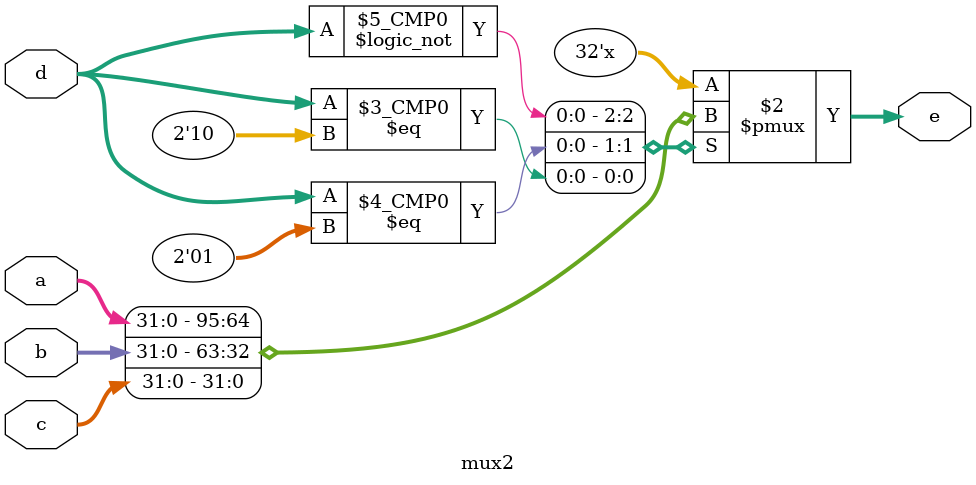
<source format=sv>
`timescale 1ns / 1ps


module mux2(
    input [31:0]a, b, c,
    input [1:0]d,
    output logic [31:0]e
    );
    always@(*)
    begin
        case(d)
            2'b00: e <= a;
            2'b01: e <= b;
            2'b10: e <= c;
        endcase
    end
endmodule

</source>
